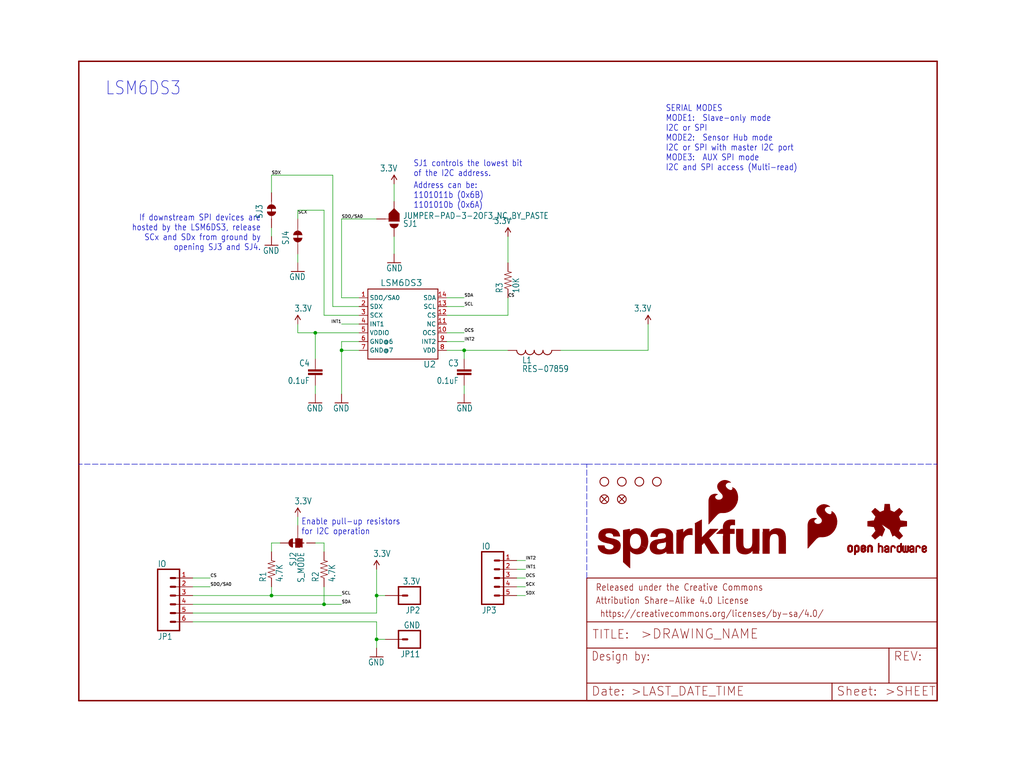
<source format=kicad_sch>
(kicad_sch (version 20211123) (generator eeschema)
  (paper "User" 297.002 223.926)
  (lib_symbols
    (symbol "schematicEagle-eagle-import:0.1UF-100V-10%(0603)"
      (property "Reference" "C" (at 1.524 2.921 0))
      (property "Value" "0.1UF-100V-10%(0603)" (at 1.524 -2.159 0))
      (symbol "0.1UF-100V-10%(0603)_1_0"
        (pin passive line (at 0 5.08 270) (length 2.54) (name "1") (number "1"))
        (pin passive line (at 0 -2.54 90) (length 2.54) (name "2") (number "2"))
      )
    )
    (symbol "schematicEagle-eagle-import:10KOHM-1{slash}10W-1%(0603)0603"
      (property "Reference" "R" (at -3.81 1.4986 0))
      (property "Value" "10KOHM-1{slash}10W-1%(0603)0603" (at -3.81 -3.302 0))
      (symbol "10KOHM-1{slash}10W-1%(0603)0603_1_0"
        (pin passive line (at -5.08 0 0) (length 2.54) (name "1") (number "1"))
        (pin passive line (at 5.08 0 180) (length 2.54) (name "2") (number "2"))
      )
    )
    (symbol "schematicEagle-eagle-import:3.3V" (power)
      (property "Value" "3.3V" (at -1.016 3.556 0))
      (symbol "3.3V_1_0"
        (pin power_in line (at 0 0 90) (length 2.54) (name "3.3V") (number "1"))
      )
    )
    (symbol "schematicEagle-eagle-import:4.7KOHM-1{slash}10W-1%(0603)"
      (property "Reference" "R" (at -3.81 1.4986 0))
      (property "Value" "4.7KOHM-1{slash}10W-1%(0603)" (at -3.81 -3.302 0))
      (symbol "4.7KOHM-1{slash}10W-1%(0603)_1_0"
        (pin passive line (at -5.08 0 0) (length 2.54) (name "1") (number "1"))
        (pin passive line (at 5.08 0 180) (length 2.54) (name "2") (number "2"))
      )
    )
    (symbol "schematicEagle-eagle-import:FIDUCIAL1X2")
    (symbol "schematicEagle-eagle-import:FRAME-LETTER"
      (symbol "FRAME-LETTER_2_0"
        (text " https://creativecommons.org/licenses/by-sa/4.0/" (at 2.54 24.13 0) (effects (font (size 1.9304 1.6408)) (justify left bottom)))
        (text ">DRAWING_NAME" (at 15.494 17.78 0) (effects (font (size 2.7432 2.7432)) (justify left bottom)))
        (text ">LAST_DATE_TIME" (at 12.7 1.27 0) (effects (font (size 2.54 2.54)) (justify left bottom)))
        (text ">SHEET" (at 86.36 1.27 0) (effects (font (size 2.54 2.54)) (justify left bottom)))
        (text "Attribution Share-Alike 4.0 License" (at 2.54 27.94 0) (effects (font (size 1.9304 1.6408)) (justify left bottom)))
        (text "Date:" (at 1.27 1.27 0) (effects (font (size 2.54 2.54)) (justify left bottom)))
        (text "Design by:" (at 1.27 11.43 0) (effects (font (size 2.54 2.159)) (justify left bottom)))
        (text "Released under the Creative Commons" (at 2.54 31.75 0) (effects (font (size 1.9304 1.6408)) (justify left bottom)))
        (text "REV:" (at 88.9 11.43 0) (effects (font (size 2.54 2.54)) (justify left bottom)))
        (text "Sheet:" (at 72.39 1.27 0) (effects (font (size 2.54 2.54)) (justify left bottom)))
        (text "TITLE:" (at 1.524 17.78 0) (effects (font (size 2.54 2.54)) (justify left bottom)))
      )
    )
    (symbol "schematicEagle-eagle-import:GND" (power)
      (property "Value" "GND" (at -2.54 -2.54 0))
      (symbol "GND_1_0"
        (pin power_in line (at 0 2.54 270) (length 2.54) (name "GND") (number "1"))
      )
    )
    (symbol "schematicEagle-eagle-import:INDUCTOR30OHM,1.8A"
      (property "Reference" "L" (at 2.54 5.08 0))
      (property "Value" "INDUCTOR30OHM,1.8A" (at 2.54 -5.08 0))
      (symbol "INDUCTOR30OHM,1.8A_1_0"
        (pin passive line (at 0 7.62 270) (length 2.54) (name "1") (number "1"))
        (pin passive line (at 0 -7.62 90) (length 2.54) (name "2") (number "2"))
      )
    )
    (symbol "schematicEagle-eagle-import:JUMPER-PAD-2-NC_BY_TRACE"
      (property "Reference" "SJ" (at -2.54 2.54 0))
      (property "Value" "JUMPER-PAD-2-NC_BY_TRACE" (at -2.54 -5.08 0))
      (symbol "JUMPER-PAD-2-NC_BY_TRACE_1_0"
        (pin passive line (at -5.08 0 0) (length 2.54) (name "1") (number "1"))
        (pin passive line (at 5.08 0 180) (length 2.54) (name "2") (number "2"))
      )
    )
    (symbol "schematicEagle-eagle-import:JUMPER-PAD-3-2OF3_NC_BY_PASTE"
      (property "Reference" "SJ" (at 2.54 0.381 0))
      (property "Value" "JUMPER-PAD-3-2OF3_NC_BY_PASTE" (at 2.54 -1.905 0))
      (symbol "JUMPER-PAD-3-2OF3_NC_BY_PASTE_1_0"
        (pin passive line (at 0 5.08 270) (length 2.54) (name "1") (number "1"))
        (pin passive line (at -5.08 0 0) (length 2.54) (name "2") (number "2"))
        (pin passive line (at 0 -5.08 90) (length 2.54) (name "3") (number "3"))
      )
    )
    (symbol "schematicEagle-eagle-import:JUMPER-PAD-3-NC_BY_TRACE"
      (property "Reference" "SJ" (at 2.54 0.381 0))
      (property "Value" "JUMPER-PAD-3-NC_BY_TRACE" (at 2.54 -1.905 0))
      (symbol "JUMPER-PAD-3-NC_BY_TRACE_1_0"
        (pin passive line (at 0 5.08 270) (length 2.54) (name "1") (number "1"))
        (pin passive line (at -5.08 0 0) (length 2.54) (name "2") (number "2"))
        (pin passive line (at 0 -5.08 90) (length 2.54) (name "3") (number "3"))
      )
    )
    (symbol "schematicEagle-eagle-import:LSM6DS3DOT_INDICATION"
      (property "Reference" "U" (at -10.16 10.668 0))
      (property "Value" "LSM6DS3DOT_INDICATION" (at -10.16 -12.7 0))
      (symbol "LSM6DS3DOT_INDICATION_1_0"
        (pin bidirectional line (at -12.7 7.62 0) (length 2.54) (name "SDO/SA0") (number "1"))
        (pin bidirectional line (at 12.7 -2.54 180) (length 2.54) (name "OCS") (number "10"))
        (pin bidirectional line (at 12.7 0 180) (length 2.54) (name "NC") (number "11"))
        (pin bidirectional line (at 12.7 2.54 180) (length 2.54) (name "CS") (number "12"))
        (pin bidirectional line (at 12.7 5.08 180) (length 2.54) (name "SCL") (number "13"))
        (pin bidirectional line (at 12.7 7.62 180) (length 2.54) (name "SDA") (number "14"))
        (pin bidirectional line (at -12.7 5.08 0) (length 2.54) (name "SDX") (number "2"))
        (pin bidirectional line (at -12.7 2.54 0) (length 2.54) (name "SCX") (number "3"))
        (pin bidirectional line (at -12.7 0 0) (length 2.54) (name "INT1") (number "4"))
        (pin bidirectional line (at -12.7 -2.54 0) (length 2.54) (name "VDDIO") (number "5"))
        (pin bidirectional line (at -12.7 -5.08 0) (length 2.54) (name "GND@6") (number "6"))
        (pin bidirectional line (at -12.7 -7.62 0) (length 2.54) (name "GND@7") (number "7"))
        (pin bidirectional line (at 12.7 -7.62 180) (length 2.54) (name "VDD") (number "8"))
        (pin bidirectional line (at 12.7 -5.08 180) (length 2.54) (name "INT2") (number "9"))
      )
    )
    (symbol "schematicEagle-eagle-import:M01PTH_NO_SILK_YES_STOP"
      (property "Reference" "JP" (at -2.54 3.302 0))
      (property "Value" "M01PTH_NO_SILK_YES_STOP" (at -2.54 -5.08 0))
      (symbol "M01PTH_NO_SILK_YES_STOP_1_0"
        (pin passive line (at 7.62 0 180) (length 5.08) (name "1") (number "1"))
      )
    )
    (symbol "schematicEagle-eagle-import:M05PTH"
      (property "Reference" "JP" (at -2.54 8.382 0))
      (property "Value" "M05PTH" (at -2.54 -10.16 0))
      (symbol "M05PTH_1_0"
        (pin passive line (at 7.62 -5.08 180) (length 5.08) (name "1") (number "1"))
        (pin passive line (at 7.62 -2.54 180) (length 5.08) (name "2") (number "2"))
        (pin passive line (at 7.62 0 180) (length 5.08) (name "3") (number "3"))
        (pin passive line (at 7.62 2.54 180) (length 5.08) (name "4") (number "4"))
        (pin passive line (at 7.62 5.08 180) (length 5.08) (name "5") (number "5"))
      )
    )
    (symbol "schematicEagle-eagle-import:M06NO_SILK_YES_STOP"
      (property "Reference" "JP" (at -5.08 10.922 0))
      (property "Value" "M06NO_SILK_YES_STOP" (at -5.08 -10.16 0))
      (symbol "M06NO_SILK_YES_STOP_1_0"
        (pin passive line (at 5.08 -5.08 180) (length 5.08) (name "1") (number "1"))
        (pin passive line (at 5.08 -2.54 180) (length 5.08) (name "2") (number "2"))
        (pin passive line (at 5.08 0 180) (length 5.08) (name "3") (number "3"))
        (pin passive line (at 5.08 2.54 180) (length 5.08) (name "4") (number "4"))
        (pin passive line (at 5.08 5.08 180) (length 5.08) (name "5") (number "5"))
        (pin passive line (at 5.08 7.62 180) (length 5.08) (name "6") (number "6"))
      )
    )
    (symbol "schematicEagle-eagle-import:OSHW-LOGOS")
    (symbol "schematicEagle-eagle-import:SFE_LOGO_FLAME.2_INCH")
    (symbol "schematicEagle-eagle-import:SFE_LOGO_NAME_FLAME.1_INCH")
    (symbol "schematicEagle-eagle-import:STAND-OFF")
  )
  (junction (at 134.62 101.6))
  (junction (at 99.06 101.6))
  (junction (at 91.44 96.52))
  (junction (at 109.22 172.72))
  (junction (at 78.74 172.72))
  (junction (at 93.98 175.26))
  (junction (at 109.22 185.42))
  (wire (pts (xy 109.22 172.72) (xy 109.22 165.1)))
  (wire (pts (xy 149.86 172.72) (xy 152.4 172.72)))
  (wire (pts (xy 93.98 175.26) (xy 99.06 175.26)))
  (wire (pts (xy 149.86 170.18) (xy 152.4 170.18)))
  (wire (pts (xy 99.06 63.5) (xy 109.22 63.5)))
  (wire (pts (xy 99.06 86.36) (xy 99.06 63.5)))
  (wire (pts (xy 55.88 177.8) (xy 109.22 177.8)))
  (wire (pts (xy 99.06 114.3) (xy 99.06 101.6)))
  (wire (pts (xy 104.14 86.36) (xy 99.06 86.36)))
  (wire (pts (xy 55.88 180.34) (xy 109.22 180.34)))
  (wire (pts (xy 134.62 104.14) (xy 134.62 101.6)))
  (wire (pts (xy 111.76 185.42) (xy 109.22 185.42)))
  (wire (pts (xy 129.54 96.52) (xy 134.62 96.52)))
  (wire (pts (xy 134.62 101.6) (xy 129.54 101.6)))
  (wire (pts (xy 99.06 101.6) (xy 99.06 99.06)))
  (wire (pts (xy 91.44 96.52) (xy 86.36 96.52)))
  (wire (pts (xy 114.3 53.34) (xy 114.3 58.42)))
  (wire (pts (xy 129.54 88.9) (xy 134.62 88.9)))
  (wire (pts (xy 109.22 180.34) (xy 109.22 185.42)))
  (wire (pts (xy 55.88 170.18) (xy 60.96 170.18)))
  (wire (pts (xy 93.98 91.44) (xy 93.98 60.96)))
  (wire (pts (xy 149.86 162.56) (xy 152.4 162.56)))
  (wire (pts (xy 78.74 172.72) (xy 99.06 172.72)))
  (wire (pts (xy 114.3 73.66) (xy 114.3 68.58)))
  (wire (pts (xy 91.44 114.3) (xy 91.44 111.76)))
  (wire (pts (xy 129.54 99.06) (xy 134.62 99.06)))
  (wire (pts (xy 109.22 185.42) (xy 109.22 187.96)))
  (wire (pts (xy 55.88 167.64) (xy 60.96 167.64)))
  (wire (pts (xy 86.36 60.96) (xy 93.98 60.96)))
  (wire (pts (xy 55.88 175.26) (xy 93.98 175.26)))
  (wire (pts (xy 147.32 91.44) (xy 147.32 86.36)))
  (wire (pts (xy 91.44 157.48) (xy 93.98 157.48)))
  (wire (pts (xy 104.14 101.6) (xy 99.06 101.6)))
  (wire (pts (xy 134.62 114.3) (xy 134.62 111.76)))
  (wire (pts (xy 78.74 55.88) (xy 78.74 50.8)))
  (wire (pts (xy 129.54 91.44) (xy 147.32 91.44)))
  (wire (pts (xy 187.96 101.6) (xy 187.96 93.98)))
  (wire (pts (xy 99.06 99.06) (xy 104.14 99.06)))
  (wire (pts (xy 162.56 101.6) (xy 187.96 101.6)))
  (wire (pts (xy 78.74 157.48) (xy 81.28 157.48)))
  (wire (pts (xy 86.36 149.86) (xy 86.36 152.4)))
  (wire (pts (xy 86.36 63.5) (xy 86.36 60.96)))
  (wire (pts (xy 129.54 86.36) (xy 134.62 86.36)))
  (wire (pts (xy 93.98 170.18) (xy 93.98 175.26)))
  (wire (pts (xy 109.22 177.8) (xy 109.22 172.72)))
  (wire (pts (xy 78.74 170.18) (xy 78.74 172.72)))
  (wire (pts (xy 149.86 165.1) (xy 152.4 165.1)))
  (wire (pts (xy 91.44 104.14) (xy 91.44 96.52)))
  (wire (pts (xy 78.74 68.58) (xy 78.74 66.04)))
  (wire (pts (xy 78.74 50.8) (xy 96.52 50.8)))
  (wire (pts (xy 147.32 101.6) (xy 134.62 101.6)))
  (wire (pts (xy 55.88 172.72) (xy 78.74 172.72)))
  (polyline (pts (xy 170.18 167.64) (xy 170.18 134.62)))
  (wire (pts (xy 104.14 91.44) (xy 93.98 91.44)))
  (wire (pts (xy 147.32 68.58) (xy 147.32 76.2)))
  (wire (pts (xy 99.06 93.98) (xy 104.14 93.98)))
  (wire (pts (xy 111.76 172.72) (xy 109.22 172.72)))
  (wire (pts (xy 104.14 96.52) (xy 91.44 96.52)))
  (polyline (pts (xy 170.18 134.62) (xy 22.86 134.62)))
  (polyline (pts (xy 170.18 134.62) (xy 271.78 134.62)))
  (wire (pts (xy 93.98 157.48) (xy 93.98 160.02)))
  (wire (pts (xy 96.52 88.9) (xy 96.52 50.8)))
  (wire (pts (xy 104.14 88.9) (xy 96.52 88.9)))
  (wire (pts (xy 149.86 167.64) (xy 152.4 167.64)))
  (wire (pts (xy 86.36 76.2) (xy 86.36 73.66)))
  (wire (pts (xy 78.74 160.02) (xy 78.74 157.48)))
  (wire (pts (xy 86.36 96.52) (xy 86.36 93.98)))
  (text "Enable pull-up resistors\nfor I2C operation" (at 87.376 150.368 180) (effects (font (size 1.778 1.5113)) (justify left top)))
  (text "Address can be:\n1101011b (0x6B)\n1101010b (0x6A)" (at 119.888 52.832 180) (effects (font (size 1.778 1.5113)) (justify left top)))
  (text "SJ1 controls the lowest bit\nof the I2C address." (at 119.888 46.482 180) (effects (font (size 1.778 1.5113)) (justify left top)))
  (text "SERIAL MODES\nMODE1:  Slave-only mode\nI2C or SPI\nMODE2:  Sensor Hub mode\nI2C or SPI with master I2C port\nMODE3:  AUX SPI mode\nI2C and SPI access (Multi-read)" (at 193.04 30.48 0) (effects (font (size 1.778 1.5113)) (justify left top)))
  (text "If downstream SPI devices are\nhosted by the LSM6DS3, release\nSCx and SDx from ground by\nopening SJ3 and SJ4." (at 75.692 72.898 0) (effects (font (size 1.778 1.5113)) (justify right bottom)))
  (text "LSM6DS3" (at 30.48 27.94 180) (effects (font (size 3.81 3.2385)) (justify left bottom)))
  (label "SCL" (at 99.06 172.72 0) (effects (font (size 0.889 0.889))))
  (label "SDX" (at 152.4 172.72 0) (effects (font (size 0.889 0.889))))
  (label "OCS" (at 134.62 96.52 0) (effects (font (size 0.889 0.889))))
  (label "SDA" (at 99.06 175.26 0) (effects (font (size 0.889 0.889))))
  (label "INT2" (at 134.62 99.06 0) (effects (font (size 0.889 0.889))))
  (label "INT2" (at 152.4 162.56 0) (effects (font (size 0.889 0.889))))
  (label "SCX" (at 86.36 62.23 0) (effects (font (size 0.889 0.889))))
  (label "CS" (at 60.96 167.64 0) (effects (font (size 0.889 0.889))))
  (label "SCX" (at 152.4 170.18 0) (effects (font (size 0.889 0.889))))
  (label "SDX" (at 78.74 50.8 0) (effects (font (size 0.889 0.889))))
  (label "OCS" (at 152.4 167.64 0) (effects (font (size 0.889 0.889))))
  (label "SCL" (at 134.62 88.9 0) (effects (font (size 0.889 0.889))))
  (label "SDO/SA0" (at 60.96 170.18 0) (effects (font (size 0.889 0.889))))
  (label "INT1" (at 152.4 165.1 0) (effects (font (size 0.889 0.889))))
  (label "SDO/SA0" (at 99.06 63.5 0) (effects (font (size 0.889 0.889))))
  (label "INT1" (at 99.06 93.98 180) (effects (font (size 0.889 0.889))))
  (label "CS" (at 147.32 86.36 0) (effects (font (size 0.889 0.889))))
  (label "SDA" (at 134.62 86.36 0) (effects (font (size 0.889 0.889))))
  (symbol (lib_id "schematicEagle-eagle-import:3.3V") (at 86.36 93.98 0) (unit 1)
    (property "Reference" "#SUPPLY4" (effects hide))
    (property "Value" "3.3V" (at 85.344 90.424 0) (effects (font (size 1.778 1.5113)) (justify left bottom)))
    (property "Footprint" "schematicEagle:" (effects hide))
  )
  (symbol (lib_id "schematicEagle-eagle-import:STAND-OFF") (at 190.5 139.7 0) (unit 1)
    (property "Reference" "STANDOFF4" (effects hide))
    (property "Value" "STAND-OFF" (effects hide))
    (property "Footprint" "schematicEagle:STAND-OFF" (effects hide))
  )
  (symbol (lib_id "schematicEagle-eagle-import:10KOHM-1{slash}10W-1%(0603)0603") (at 147.32 81.28 90) (unit 1)
    (property "Reference" "R3" (at 145.8214 85.09 0) (effects (font (size 1.778 1.5113)) (justify left bottom)))
    (property "Value" "10K" (at 150.622 85.09 0) (effects (font (size 1.778 1.5113)) (justify left bottom)))
    (property "Footprint" "schematicEagle:0603-RES" (effects hide))
  )
  (symbol (lib_id "schematicEagle-eagle-import:JUMPER-PAD-2-NC_BY_TRACE") (at 86.36 68.58 90) (unit 1)
    (property "Reference" "SJ4" (at 83.82 71.12 0) (effects (font (size 1.778 1.5113)) (justify left bottom)))
    (property "Value" "JUMPER-PAD-2-NC_BY_TRACE" (effects hide))
    (property "Footprint" "schematicEagle:PAD-JUMPER-2-NC_BY_TRACE_YES_SILK" (effects hide))
  )
  (symbol (lib_id "schematicEagle-eagle-import:GND") (at 134.62 116.84 0) (mirror y) (unit 1)
    (property "Reference" "#GND5" (effects hide))
    (property "Value" "GND" (at 137.16 119.38 0) (effects (font (size 1.778 1.5113)) (justify left bottom)))
    (property "Footprint" "schematicEagle:" (effects hide))
  )
  (symbol (lib_id "schematicEagle-eagle-import:JUMPER-PAD-3-NC_BY_TRACE") (at 86.36 157.48 90) (mirror x) (unit 1)
    (property "Reference" "SJ2" (at 85.979 160.02 0) (effects (font (size 1.778 1.5113)) (justify left bottom)))
    (property "Value" "S_MODE" (at 88.265 160.02 0) (effects (font (size 1.778 1.5113)) (justify left bottom)))
    (property "Footprint" "schematicEagle:PAD-JUMPER-3-3OF3_NC_BY_TRACE_YES_SILK_FULL_BOX" (effects hide))
  )
  (symbol (lib_id "schematicEagle-eagle-import:SFE_LOGO_FLAME.2_INCH") (at 233.934 159.512 0) (unit 1)
    (property "Reference" "LOGO1" (effects hide))
    (property "Value" "SFE_LOGO_FLAME.2_INCH" (effects hide))
    (property "Footprint" "schematicEagle:SFE_LOGO_FLAME_.2" (effects hide))
  )
  (symbol (lib_id "schematicEagle-eagle-import:STAND-OFF") (at 185.42 139.7 0) (unit 1)
    (property "Reference" "STANDOFF3" (effects hide))
    (property "Value" "STAND-OFF" (effects hide))
    (property "Footprint" "schematicEagle:STAND-OFF" (effects hide))
  )
  (symbol (lib_id "schematicEagle-eagle-import:JUMPER-PAD-3-2OF3_NC_BY_PASTE") (at 114.3 63.5 0) (mirror x) (unit 1)
    (property "Reference" "SJ1" (at 116.84 63.881 0) (effects (font (size 1.778 1.5113)) (justify left bottom)))
    (property "Value" "JUMPER-PAD-3-2OF3_NC_BY_PASTE" (at 116.84 61.595 0) (effects (font (size 1.778 1.5113)) (justify left bottom)))
    (property "Footprint" "schematicEagle:PAD-JUMPER-3-2OF3_NC_BY_PASTE_YES_SILK_FULL_BOX" (effects hide))
  )
  (symbol (lib_id "schematicEagle-eagle-import:3.3V") (at 147.32 68.58 0) (mirror y) (unit 1)
    (property "Reference" "#SUPPLY11" (effects hide))
    (property "Value" "3.3V" (at 148.336 65.024 0) (effects (font (size 1.778 1.5113)) (justify left bottom)))
    (property "Footprint" "schematicEagle:" (effects hide))
  )
  (symbol (lib_id "schematicEagle-eagle-import:3.3V") (at 114.3 53.34 0) (mirror y) (unit 1)
    (property "Reference" "#SUPPLY10" (effects hide))
    (property "Value" "3.3V" (at 115.316 49.784 0) (effects (font (size 1.778 1.5113)) (justify left bottom)))
    (property "Footprint" "schematicEagle:" (effects hide))
  )
  (symbol (lib_id "schematicEagle-eagle-import:GND") (at 86.36 78.74 0) (unit 1)
    (property "Reference" "#GND2" (effects hide))
    (property "Value" "GND" (at 83.82 81.28 0) (effects (font (size 1.778 1.5113)) (justify left bottom)))
    (property "Footprint" "schematicEagle:" (effects hide))
  )
  (symbol (lib_id "schematicEagle-eagle-import:3.3V") (at 109.22 165.1 0) (unit 1)
    (property "Reference" "#SUPPLY6" (effects hide))
    (property "Value" "3.3V" (at 108.204 161.544 0) (effects (font (size 1.778 1.5113)) (justify left bottom)))
    (property "Footprint" "schematicEagle:" (effects hide))
  )
  (symbol (lib_id "schematicEagle-eagle-import:GND") (at 114.3 76.2 0) (mirror y) (unit 1)
    (property "Reference" "#GND6" (effects hide))
    (property "Value" "GND" (at 116.84 78.74 0) (effects (font (size 1.778 1.5113)) (justify left bottom)))
    (property "Footprint" "schematicEagle:" (effects hide))
  )
  (symbol (lib_id "schematicEagle-eagle-import:FIDUCIAL1X2") (at 175.26 144.78 0) (unit 1)
    (property "Reference" "FID1" (effects hide))
    (property "Value" "FIDUCIAL1X2" (effects hide))
    (property "Footprint" "schematicEagle:FIDUCIAL-1X2" (effects hide))
  )
  (symbol (lib_id "schematicEagle-eagle-import:GND") (at 91.44 116.84 0) (unit 1)
    (property "Reference" "#GND10" (effects hide))
    (property "Value" "GND" (at 88.9 119.38 0) (effects (font (size 1.778 1.5113)) (justify left bottom)))
    (property "Footprint" "schematicEagle:" (effects hide))
  )
  (symbol (lib_id "schematicEagle-eagle-import:M01PTH_NO_SILK_YES_STOP") (at 119.38 172.72 180) (unit 1)
    (property "Reference" "JP2" (at 121.92 176.022 0) (effects (font (size 1.778 1.5113)) (justify left bottom)))
    (property "Value" "3.3V" (at 121.92 167.64 0) (effects (font (size 1.778 1.5113)) (justify left bottom)))
    (property "Footprint" "schematicEagle:1X01_NO_SILK" (effects hide))
  )
  (symbol (lib_id "schematicEagle-eagle-import:M01PTH_NO_SILK_YES_STOP") (at 119.38 185.42 180) (unit 1)
    (property "Reference" "JP11" (at 121.92 188.722 0) (effects (font (size 1.778 1.5113)) (justify left bottom)))
    (property "Value" "GND" (at 121.92 180.34 0) (effects (font (size 1.778 1.5113)) (justify left bottom)))
    (property "Footprint" "schematicEagle:1X01_NO_SILK" (effects hide))
  )
  (symbol (lib_id "schematicEagle-eagle-import:FIDUCIAL1X2") (at 180.34 144.78 0) (unit 1)
    (property "Reference" "FID2" (effects hide))
    (property "Value" "FIDUCIAL1X2" (effects hide))
    (property "Footprint" "schematicEagle:FIDUCIAL-1X2" (effects hide))
  )
  (symbol (lib_id "schematicEagle-eagle-import:3.3V") (at 86.36 149.86 0) (unit 1)
    (property "Reference" "#SUPPLY2" (effects hide))
    (property "Value" "3.3V" (at 85.344 146.304 0) (effects (font (size 1.778 1.5113)) (justify left bottom)))
    (property "Footprint" "schematicEagle:" (effects hide))
  )
  (symbol (lib_id "schematicEagle-eagle-import:OSHW-LOGOS") (at 257.302 151.892 0) (unit 1)
    (property "Reference" "LOGO2" (effects hide))
    (property "Value" "OSHW-LOGOS" (effects hide))
    (property "Footprint" "schematicEagle:OSHW-LOGO-S" (effects hide))
  )
  (symbol (lib_id "schematicEagle-eagle-import:GND") (at 99.06 116.84 0) (unit 1)
    (property "Reference" "#GND4" (effects hide))
    (property "Value" "GND" (at 96.52 119.38 0) (effects (font (size 1.778 1.5113)) (justify left bottom)))
    (property "Footprint" "schematicEagle:" (effects hide))
  )
  (symbol (lib_id "schematicEagle-eagle-import:0.1UF-100V-10%(0603)") (at 134.62 109.22 0) (mirror y) (unit 1)
    (property "Reference" "C3" (at 133.096 106.299 0) (effects (font (size 1.778 1.5113)) (justify left bottom)))
    (property "Value" "0.1uF" (at 133.096 111.379 0) (effects (font (size 1.778 1.5113)) (justify left bottom)))
    (property "Footprint" "schematicEagle:0603-CAP" (effects hide))
  )
  (symbol (lib_id "schematicEagle-eagle-import:GND") (at 109.22 190.5 0) (unit 1)
    (property "Reference" "#GND11" (effects hide))
    (property "Value" "GND" (at 106.68 193.04 0) (effects (font (size 1.778 1.5113)) (justify left bottom)))
    (property "Footprint" "schematicEagle:" (effects hide))
  )
  (symbol (lib_id "schematicEagle-eagle-import:4.7KOHM-1{slash}10W-1%(0603)") (at 93.98 165.1 90) (unit 1)
    (property "Reference" "R2" (at 92.4814 168.91 0) (effects (font (size 1.778 1.5113)) (justify left bottom)))
    (property "Value" "4.7K" (at 97.282 168.91 0) (effects (font (size 1.778 1.5113)) (justify left bottom)))
    (property "Footprint" "schematicEagle:0603-RES" (effects hide))
  )
  (symbol (lib_id "schematicEagle-eagle-import:FRAME-LETTER") (at 170.18 203.2 0) (unit 2)
    (property "Reference" "FRAME1" (effects hide))
    (property "Value" "FRAME-LETTER" (effects hide))
    (property "Footprint" "schematicEagle:CREATIVE_COMMONS" (effects hide))
    (property "Value" "FRAME-LETTER" (effects hide))
    (property "Value" "FRAME-LETTER" (effects hide))
  )
  (symbol (lib_id "schematicEagle-eagle-import:JUMPER-PAD-2-NC_BY_TRACE") (at 78.74 60.96 90) (unit 1)
    (property "Reference" "SJ3" (at 76.2 63.5 0) (effects (font (size 1.778 1.5113)) (justify left bottom)))
    (property "Value" "JUMPER-PAD-2-NC_BY_TRACE" (effects hide))
    (property "Footprint" "schematicEagle:PAD-JUMPER-2-NC_BY_TRACE_YES_SILK" (effects hide))
  )
  (symbol (lib_id "schematicEagle-eagle-import:M05PTH") (at 142.24 167.64 0) (mirror x) (unit 1)
    (property "Reference" "JP3" (at 139.7 176.022 0) (effects (font (size 1.778 1.5113)) (justify left bottom)))
    (property "Value" "IO" (at 139.7 157.48 0) (effects (font (size 1.778 1.5113)) (justify left bottom)))
    (property "Footprint" "schematicEagle:1X05" (effects hide))
  )
  (symbol (lib_id "schematicEagle-eagle-import:SFE_LOGO_NAME_FLAME.1_INCH") (at 172.72 165.1 0) (unit 1)
    (property "Reference" "LOGO3" (effects hide))
    (property "Value" "SFE_LOGO_NAME_FLAME.1_INCH" (effects hide))
    (property "Footprint" "schematicEagle:SFE_LOGO_NAME_FLAME_.1" (effects hide))
  )
  (symbol (lib_id "schematicEagle-eagle-import:STAND-OFF") (at 180.34 139.7 0) (unit 1)
    (property "Reference" "STANDOFF2" (effects hide))
    (property "Value" "STAND-OFF" (effects hide))
    (property "Footprint" "schematicEagle:STAND-OFF" (effects hide))
  )
  (symbol (lib_id "schematicEagle-eagle-import:LSM6DS3DOT_INDICATION") (at 116.84 93.98 0) (unit 1)
    (property "Reference" "U2" (at 122.682 106.68 0) (effects (font (size 1.778 1.778)) (justify left bottom)))
    (property "Value" "LSM6DS3" (at 110.236 83.058 0) (effects (font (size 1.778 1.778)) (justify left bottom)))
    (property "Footprint" "schematicEagle:LGA14L_DOT_INDICATOR" (effects hide))
  )
  (symbol (lib_id "schematicEagle-eagle-import:4.7KOHM-1{slash}10W-1%(0603)") (at 78.74 165.1 90) (unit 1)
    (property "Reference" "R1" (at 77.2414 168.91 0) (effects (font (size 1.778 1.5113)) (justify left bottom)))
    (property "Value" "4.7K" (at 82.042 168.91 0) (effects (font (size 1.778 1.5113)) (justify left bottom)))
    (property "Footprint" "schematicEagle:0603-RES" (effects hide))
  )
  (symbol (lib_id "schematicEagle-eagle-import:0.1UF-100V-10%(0603)") (at 91.44 109.22 0) (mirror y) (unit 1)
    (property "Reference" "C4" (at 89.916 106.299 0) (effects (font (size 1.778 1.5113)) (justify left bottom)))
    (property "Value" "0.1uF" (at 89.916 111.379 0) (effects (font (size 1.778 1.5113)) (justify left bottom)))
    (property "Footprint" "schematicEagle:0603-CAP" (effects hide))
  )
  (symbol (lib_id "schematicEagle-eagle-import:INDUCTOR30OHM,1.8A") (at 154.94 101.6 270) (unit 1)
    (property "Reference" "L1" (at 151.384 105.41 90) (effects (font (size 1.778 1.5113)) (justify left bottom)))
    (property "Value" "RES-07859" (at 151.384 107.95 90) (effects (font (size 1.778 1.5113)) (justify left bottom)))
    (property "Footprint" "schematicEagle:0603" (effects hide))
  )
  (symbol (lib_id "schematicEagle-eagle-import:M06NO_SILK_YES_STOP") (at 50.8 172.72 0) (mirror x) (unit 1)
    (property "Reference" "JP1" (at 45.72 183.642 0) (effects (font (size 1.778 1.5113)) (justify left bottom)))
    (property "Value" "IO" (at 45.72 162.56 0) (effects (font (size 1.778 1.5113)) (justify left bottom)))
    (property "Footprint" "schematicEagle:1X06_NO_SILK_YES_STOP" (effects hide))
  )
  (symbol (lib_id "schematicEagle-eagle-import:STAND-OFF") (at 175.26 139.7 0) (unit 1)
    (property "Reference" "STANDOFF1" (effects hide))
    (property "Value" "STAND-OFF" (effects hide))
    (property "Footprint" "schematicEagle:STAND-OFF" (effects hide))
  )
  (symbol (lib_id "schematicEagle-eagle-import:3.3V") (at 187.96 93.98 0) (mirror y) (unit 1)
    (property "Reference" "#SUPPLY5" (effects hide))
    (property "Value" "3.3V" (at 188.976 90.424 0) (effects (font (size 1.778 1.5113)) (justify left bottom)))
    (property "Footprint" "schematicEagle:" (effects hide))
  )
  (symbol (lib_id "schematicEagle-eagle-import:FRAME-LETTER") (at 22.86 203.2 0) (unit 1)
    (property "Reference" "FRAME1" (effects hide))
    (property "Value" "FRAME-LETTER" (effects hide))
    (property "Footprint" "schematicEagle:CREATIVE_COMMONS" (effects hide))
    (property "Value" "FRAME-LETTER" (effects hide))
    (property "Value" "FRAME-LETTER" (effects hide))
  )
  (symbol (lib_id "schematicEagle-eagle-import:GND") (at 78.74 71.12 0) (unit 1)
    (property "Reference" "#GND1" (effects hide))
    (property "Value" "GND" (at 76.2 73.66 0) (effects (font (size 1.778 1.5113)) (justify left bottom)))
    (property "Footprint" "schematicEagle:" (effects hide))
  )
)
</source>
